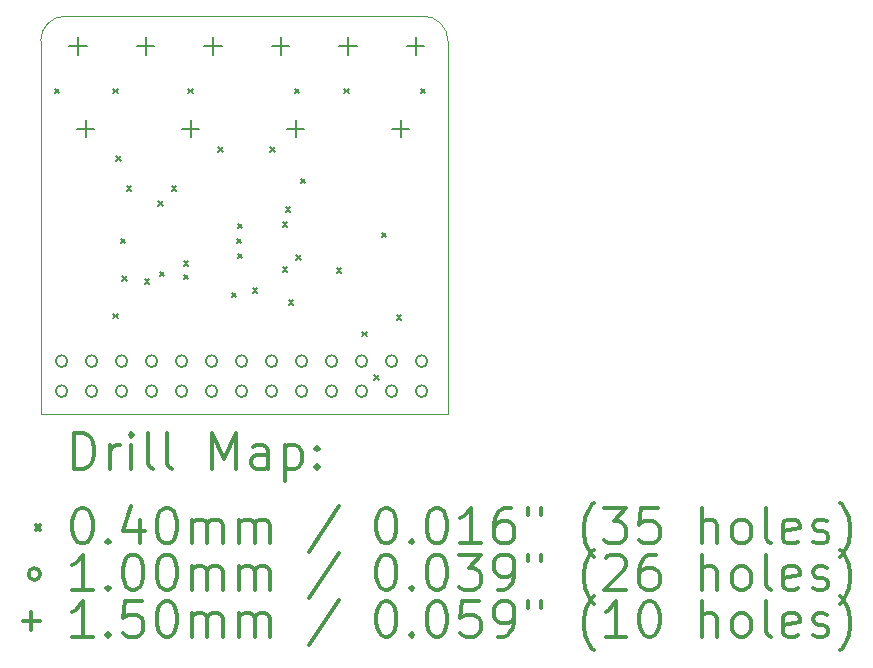
<source format=gbr>
%FSLAX45Y45*%
G04 Gerber Fmt 4.5, Leading zero omitted, Abs format (unit mm)*
G04 Created by KiCad (PCBNEW (5.1.4)-1) date 2019-12-12 20:06:10*
%MOMM*%
%LPD*%
G04 APERTURE LIST*
%ADD10C,0.050000*%
%ADD11C,0.200000*%
%ADD12C,0.300000*%
G04 APERTURE END LIST*
D10*
X1905000Y-3449300D02*
G75*
G02X2115800Y-3238500I210800J0D01*
G01*
X5143500Y-3238500D02*
G75*
G02X5354300Y-3449300I0J-210800D01*
G01*
X2115800Y-3238500D02*
X5143500Y-3238500D01*
X5354300Y-3449300D02*
X5354300Y-6604000D01*
X1905000Y-6604000D02*
X5354300Y-6604000D01*
X1905000Y-3449300D02*
X1905000Y-6604000D01*
D11*
X2024700Y-3853500D02*
X2064700Y-3893500D01*
X2064700Y-3853500D02*
X2024700Y-3893500D01*
X2520000Y-3853500D02*
X2560000Y-3893500D01*
X2560000Y-3853500D02*
X2520000Y-3893500D01*
X2520000Y-5758500D02*
X2560000Y-5798500D01*
X2560000Y-5758500D02*
X2520000Y-5798500D01*
X2545400Y-4425000D02*
X2585400Y-4465000D01*
X2585400Y-4425000D02*
X2545400Y-4465000D01*
X2583500Y-5123500D02*
X2623500Y-5163500D01*
X2623500Y-5123500D02*
X2583500Y-5163500D01*
X2596200Y-5441000D02*
X2636200Y-5481000D01*
X2636200Y-5441000D02*
X2596200Y-5481000D01*
X2634300Y-4679000D02*
X2674300Y-4719000D01*
X2674300Y-4679000D02*
X2634300Y-4719000D01*
X2786700Y-5466400D02*
X2826700Y-5506400D01*
X2826700Y-5466400D02*
X2786700Y-5506400D01*
X2901000Y-4806000D02*
X2941000Y-4846000D01*
X2941000Y-4806000D02*
X2901000Y-4846000D01*
X2913700Y-5402900D02*
X2953700Y-5442900D01*
X2953700Y-5402900D02*
X2913700Y-5442900D01*
X3015300Y-4679000D02*
X3055300Y-4719000D01*
X3055300Y-4679000D02*
X3015300Y-4719000D01*
X3116900Y-5314000D02*
X3156900Y-5354000D01*
X3156900Y-5314000D02*
X3116900Y-5354000D01*
X3116900Y-5428300D02*
X3156900Y-5468300D01*
X3156900Y-5428300D02*
X3116900Y-5468300D01*
X3155000Y-3853500D02*
X3195000Y-3893500D01*
X3195000Y-3853500D02*
X3155000Y-3893500D01*
X3409000Y-4348800D02*
X3449000Y-4388800D01*
X3449000Y-4348800D02*
X3409000Y-4388800D01*
X3523300Y-5580700D02*
X3563300Y-5620700D01*
X3563300Y-5580700D02*
X3523300Y-5620700D01*
X3565200Y-5123500D02*
X3605200Y-5163500D01*
X3605200Y-5123500D02*
X3565200Y-5163500D01*
X3574100Y-4996500D02*
X3614100Y-5036500D01*
X3614100Y-4996500D02*
X3574100Y-5036500D01*
X3574100Y-5250500D02*
X3614100Y-5290500D01*
X3614100Y-5250500D02*
X3574100Y-5290500D01*
X3701100Y-5542600D02*
X3741100Y-5582600D01*
X3741100Y-5542600D02*
X3701100Y-5582600D01*
X3849700Y-4348800D02*
X3889700Y-4388800D01*
X3889700Y-4348800D02*
X3849700Y-4388800D01*
X3955100Y-5364800D02*
X3995100Y-5404800D01*
X3995100Y-5364800D02*
X3955100Y-5404800D01*
X3955100Y-4983800D02*
X3995100Y-5023800D01*
X3995100Y-4983800D02*
X3955100Y-5023800D01*
X3980500Y-4856800D02*
X4020500Y-4896800D01*
X4020500Y-4856800D02*
X3980500Y-4896800D01*
X4005900Y-5644200D02*
X4045900Y-5684200D01*
X4045900Y-5644200D02*
X4005900Y-5684200D01*
X4056700Y-3853500D02*
X4096700Y-3893500D01*
X4096700Y-3853500D02*
X4056700Y-3893500D01*
X4069400Y-5263200D02*
X4109400Y-5303200D01*
X4109400Y-5263200D02*
X4069400Y-5303200D01*
X4107500Y-4615500D02*
X4147500Y-4655500D01*
X4147500Y-4615500D02*
X4107500Y-4655500D01*
X4412300Y-5373699D02*
X4452300Y-5413699D01*
X4452300Y-5373699D02*
X4412300Y-5413699D01*
X4475800Y-3853500D02*
X4515800Y-3893500D01*
X4515800Y-3853500D02*
X4475800Y-3893500D01*
X4628200Y-5910900D02*
X4668200Y-5950900D01*
X4668200Y-5910900D02*
X4628200Y-5950900D01*
X4729800Y-6279200D02*
X4769800Y-6319200D01*
X4769800Y-6279200D02*
X4729800Y-6319200D01*
X4793300Y-5072700D02*
X4833300Y-5112700D01*
X4833300Y-5072700D02*
X4793300Y-5112700D01*
X4920300Y-5771200D02*
X4960300Y-5811200D01*
X4960300Y-5771200D02*
X4920300Y-5811200D01*
X5123500Y-3853500D02*
X5163500Y-3893500D01*
X5163500Y-3853500D02*
X5123500Y-3893500D01*
X2132800Y-6159500D02*
G75*
G03X2132800Y-6159500I-50000J0D01*
G01*
X2132800Y-6413500D02*
G75*
G03X2132800Y-6413500I-50000J0D01*
G01*
X2386800Y-6159500D02*
G75*
G03X2386800Y-6159500I-50000J0D01*
G01*
X2386800Y-6413500D02*
G75*
G03X2386800Y-6413500I-50000J0D01*
G01*
X2640800Y-6159500D02*
G75*
G03X2640800Y-6159500I-50000J0D01*
G01*
X2640800Y-6413500D02*
G75*
G03X2640800Y-6413500I-50000J0D01*
G01*
X2894800Y-6159500D02*
G75*
G03X2894800Y-6159500I-50000J0D01*
G01*
X2894800Y-6413500D02*
G75*
G03X2894800Y-6413500I-50000J0D01*
G01*
X3148800Y-6159500D02*
G75*
G03X3148800Y-6159500I-50000J0D01*
G01*
X3148800Y-6413500D02*
G75*
G03X3148800Y-6413500I-50000J0D01*
G01*
X3402800Y-6159500D02*
G75*
G03X3402800Y-6159500I-50000J0D01*
G01*
X3402800Y-6413500D02*
G75*
G03X3402800Y-6413500I-50000J0D01*
G01*
X3656800Y-6159500D02*
G75*
G03X3656800Y-6159500I-50000J0D01*
G01*
X3656800Y-6413500D02*
G75*
G03X3656800Y-6413500I-50000J0D01*
G01*
X3910800Y-6159500D02*
G75*
G03X3910800Y-6159500I-50000J0D01*
G01*
X3910800Y-6413500D02*
G75*
G03X3910800Y-6413500I-50000J0D01*
G01*
X4164800Y-6159500D02*
G75*
G03X4164800Y-6159500I-50000J0D01*
G01*
X4164800Y-6413500D02*
G75*
G03X4164800Y-6413500I-50000J0D01*
G01*
X4418800Y-6159500D02*
G75*
G03X4418800Y-6159500I-50000J0D01*
G01*
X4418800Y-6413500D02*
G75*
G03X4418800Y-6413500I-50000J0D01*
G01*
X4672800Y-6159500D02*
G75*
G03X4672800Y-6159500I-50000J0D01*
G01*
X4672800Y-6413500D02*
G75*
G03X4672800Y-6413500I-50000J0D01*
G01*
X4926800Y-6159500D02*
G75*
G03X4926800Y-6159500I-50000J0D01*
G01*
X4926800Y-6413500D02*
G75*
G03X4926800Y-6413500I-50000J0D01*
G01*
X5180800Y-6159500D02*
G75*
G03X5180800Y-6159500I-50000J0D01*
G01*
X5180800Y-6413500D02*
G75*
G03X5180800Y-6413500I-50000J0D01*
G01*
X3937000Y-3417500D02*
X3937000Y-3567500D01*
X3862000Y-3492500D02*
X4012000Y-3492500D01*
X2222500Y-3417500D02*
X2222500Y-3567500D01*
X2147500Y-3492500D02*
X2297500Y-3492500D01*
X4064000Y-4116000D02*
X4064000Y-4266000D01*
X3989000Y-4191000D02*
X4139000Y-4191000D01*
X3365500Y-3417500D02*
X3365500Y-3567500D01*
X3290500Y-3492500D02*
X3440500Y-3492500D01*
X3175000Y-4116000D02*
X3175000Y-4266000D01*
X3100000Y-4191000D02*
X3250000Y-4191000D01*
X2794000Y-3417500D02*
X2794000Y-3567500D01*
X2719000Y-3492500D02*
X2869000Y-3492500D01*
X4953000Y-4116000D02*
X4953000Y-4266000D01*
X4878000Y-4191000D02*
X5028000Y-4191000D01*
X5080000Y-3417500D02*
X5080000Y-3567500D01*
X5005000Y-3492500D02*
X5155000Y-3492500D01*
X4508500Y-3417500D02*
X4508500Y-3567500D01*
X4433500Y-3492500D02*
X4583500Y-3492500D01*
X2286000Y-4116000D02*
X2286000Y-4266000D01*
X2211000Y-4191000D02*
X2361000Y-4191000D01*
D12*
X2188928Y-7072214D02*
X2188928Y-6772214D01*
X2260357Y-6772214D01*
X2303214Y-6786500D01*
X2331786Y-6815071D01*
X2346071Y-6843643D01*
X2360357Y-6900786D01*
X2360357Y-6943643D01*
X2346071Y-7000786D01*
X2331786Y-7029357D01*
X2303214Y-7057929D01*
X2260357Y-7072214D01*
X2188928Y-7072214D01*
X2488928Y-7072214D02*
X2488928Y-6872214D01*
X2488928Y-6929357D02*
X2503214Y-6900786D01*
X2517500Y-6886500D01*
X2546071Y-6872214D01*
X2574643Y-6872214D01*
X2674643Y-7072214D02*
X2674643Y-6872214D01*
X2674643Y-6772214D02*
X2660357Y-6786500D01*
X2674643Y-6800786D01*
X2688928Y-6786500D01*
X2674643Y-6772214D01*
X2674643Y-6800786D01*
X2860357Y-7072214D02*
X2831786Y-7057929D01*
X2817500Y-7029357D01*
X2817500Y-6772214D01*
X3017500Y-7072214D02*
X2988928Y-7057929D01*
X2974643Y-7029357D01*
X2974643Y-6772214D01*
X3360357Y-7072214D02*
X3360357Y-6772214D01*
X3460357Y-6986500D01*
X3560357Y-6772214D01*
X3560357Y-7072214D01*
X3831786Y-7072214D02*
X3831786Y-6915071D01*
X3817500Y-6886500D01*
X3788928Y-6872214D01*
X3731786Y-6872214D01*
X3703214Y-6886500D01*
X3831786Y-7057929D02*
X3803214Y-7072214D01*
X3731786Y-7072214D01*
X3703214Y-7057929D01*
X3688928Y-7029357D01*
X3688928Y-7000786D01*
X3703214Y-6972214D01*
X3731786Y-6957929D01*
X3803214Y-6957929D01*
X3831786Y-6943643D01*
X3974643Y-6872214D02*
X3974643Y-7172214D01*
X3974643Y-6886500D02*
X4003214Y-6872214D01*
X4060357Y-6872214D01*
X4088928Y-6886500D01*
X4103214Y-6900786D01*
X4117500Y-6929357D01*
X4117500Y-7015071D01*
X4103214Y-7043643D01*
X4088928Y-7057929D01*
X4060357Y-7072214D01*
X4003214Y-7072214D01*
X3974643Y-7057929D01*
X4246071Y-7043643D02*
X4260357Y-7057929D01*
X4246071Y-7072214D01*
X4231786Y-7057929D01*
X4246071Y-7043643D01*
X4246071Y-7072214D01*
X4246071Y-6886500D02*
X4260357Y-6900786D01*
X4246071Y-6915071D01*
X4231786Y-6900786D01*
X4246071Y-6886500D01*
X4246071Y-6915071D01*
X1862500Y-7546500D02*
X1902500Y-7586500D01*
X1902500Y-7546500D02*
X1862500Y-7586500D01*
X2246071Y-7402214D02*
X2274643Y-7402214D01*
X2303214Y-7416500D01*
X2317500Y-7430786D01*
X2331786Y-7459357D01*
X2346071Y-7516500D01*
X2346071Y-7587929D01*
X2331786Y-7645071D01*
X2317500Y-7673643D01*
X2303214Y-7687929D01*
X2274643Y-7702214D01*
X2246071Y-7702214D01*
X2217500Y-7687929D01*
X2203214Y-7673643D01*
X2188928Y-7645071D01*
X2174643Y-7587929D01*
X2174643Y-7516500D01*
X2188928Y-7459357D01*
X2203214Y-7430786D01*
X2217500Y-7416500D01*
X2246071Y-7402214D01*
X2474643Y-7673643D02*
X2488928Y-7687929D01*
X2474643Y-7702214D01*
X2460357Y-7687929D01*
X2474643Y-7673643D01*
X2474643Y-7702214D01*
X2746071Y-7502214D02*
X2746071Y-7702214D01*
X2674643Y-7387929D02*
X2603214Y-7602214D01*
X2788928Y-7602214D01*
X2960357Y-7402214D02*
X2988928Y-7402214D01*
X3017500Y-7416500D01*
X3031786Y-7430786D01*
X3046071Y-7459357D01*
X3060357Y-7516500D01*
X3060357Y-7587929D01*
X3046071Y-7645071D01*
X3031786Y-7673643D01*
X3017500Y-7687929D01*
X2988928Y-7702214D01*
X2960357Y-7702214D01*
X2931786Y-7687929D01*
X2917500Y-7673643D01*
X2903214Y-7645071D01*
X2888928Y-7587929D01*
X2888928Y-7516500D01*
X2903214Y-7459357D01*
X2917500Y-7430786D01*
X2931786Y-7416500D01*
X2960357Y-7402214D01*
X3188928Y-7702214D02*
X3188928Y-7502214D01*
X3188928Y-7530786D02*
X3203214Y-7516500D01*
X3231786Y-7502214D01*
X3274643Y-7502214D01*
X3303214Y-7516500D01*
X3317500Y-7545071D01*
X3317500Y-7702214D01*
X3317500Y-7545071D02*
X3331786Y-7516500D01*
X3360357Y-7502214D01*
X3403214Y-7502214D01*
X3431786Y-7516500D01*
X3446071Y-7545071D01*
X3446071Y-7702214D01*
X3588928Y-7702214D02*
X3588928Y-7502214D01*
X3588928Y-7530786D02*
X3603214Y-7516500D01*
X3631786Y-7502214D01*
X3674643Y-7502214D01*
X3703214Y-7516500D01*
X3717500Y-7545071D01*
X3717500Y-7702214D01*
X3717500Y-7545071D02*
X3731786Y-7516500D01*
X3760357Y-7502214D01*
X3803214Y-7502214D01*
X3831786Y-7516500D01*
X3846071Y-7545071D01*
X3846071Y-7702214D01*
X4431786Y-7387929D02*
X4174643Y-7773643D01*
X4817500Y-7402214D02*
X4846071Y-7402214D01*
X4874643Y-7416500D01*
X4888928Y-7430786D01*
X4903214Y-7459357D01*
X4917500Y-7516500D01*
X4917500Y-7587929D01*
X4903214Y-7645071D01*
X4888928Y-7673643D01*
X4874643Y-7687929D01*
X4846071Y-7702214D01*
X4817500Y-7702214D01*
X4788928Y-7687929D01*
X4774643Y-7673643D01*
X4760357Y-7645071D01*
X4746071Y-7587929D01*
X4746071Y-7516500D01*
X4760357Y-7459357D01*
X4774643Y-7430786D01*
X4788928Y-7416500D01*
X4817500Y-7402214D01*
X5046071Y-7673643D02*
X5060357Y-7687929D01*
X5046071Y-7702214D01*
X5031786Y-7687929D01*
X5046071Y-7673643D01*
X5046071Y-7702214D01*
X5246071Y-7402214D02*
X5274643Y-7402214D01*
X5303214Y-7416500D01*
X5317500Y-7430786D01*
X5331786Y-7459357D01*
X5346071Y-7516500D01*
X5346071Y-7587929D01*
X5331786Y-7645071D01*
X5317500Y-7673643D01*
X5303214Y-7687929D01*
X5274643Y-7702214D01*
X5246071Y-7702214D01*
X5217500Y-7687929D01*
X5203214Y-7673643D01*
X5188928Y-7645071D01*
X5174643Y-7587929D01*
X5174643Y-7516500D01*
X5188928Y-7459357D01*
X5203214Y-7430786D01*
X5217500Y-7416500D01*
X5246071Y-7402214D01*
X5631786Y-7702214D02*
X5460357Y-7702214D01*
X5546071Y-7702214D02*
X5546071Y-7402214D01*
X5517500Y-7445071D01*
X5488928Y-7473643D01*
X5460357Y-7487929D01*
X5888928Y-7402214D02*
X5831786Y-7402214D01*
X5803214Y-7416500D01*
X5788928Y-7430786D01*
X5760357Y-7473643D01*
X5746071Y-7530786D01*
X5746071Y-7645071D01*
X5760357Y-7673643D01*
X5774643Y-7687929D01*
X5803214Y-7702214D01*
X5860357Y-7702214D01*
X5888928Y-7687929D01*
X5903214Y-7673643D01*
X5917500Y-7645071D01*
X5917500Y-7573643D01*
X5903214Y-7545071D01*
X5888928Y-7530786D01*
X5860357Y-7516500D01*
X5803214Y-7516500D01*
X5774643Y-7530786D01*
X5760357Y-7545071D01*
X5746071Y-7573643D01*
X6031786Y-7402214D02*
X6031786Y-7459357D01*
X6146071Y-7402214D02*
X6146071Y-7459357D01*
X6588928Y-7816500D02*
X6574643Y-7802214D01*
X6546071Y-7759357D01*
X6531786Y-7730786D01*
X6517500Y-7687929D01*
X6503214Y-7616500D01*
X6503214Y-7559357D01*
X6517500Y-7487929D01*
X6531786Y-7445071D01*
X6546071Y-7416500D01*
X6574643Y-7373643D01*
X6588928Y-7359357D01*
X6674643Y-7402214D02*
X6860357Y-7402214D01*
X6760357Y-7516500D01*
X6803214Y-7516500D01*
X6831786Y-7530786D01*
X6846071Y-7545071D01*
X6860357Y-7573643D01*
X6860357Y-7645071D01*
X6846071Y-7673643D01*
X6831786Y-7687929D01*
X6803214Y-7702214D01*
X6717500Y-7702214D01*
X6688928Y-7687929D01*
X6674643Y-7673643D01*
X7131786Y-7402214D02*
X6988928Y-7402214D01*
X6974643Y-7545071D01*
X6988928Y-7530786D01*
X7017500Y-7516500D01*
X7088928Y-7516500D01*
X7117500Y-7530786D01*
X7131786Y-7545071D01*
X7146071Y-7573643D01*
X7146071Y-7645071D01*
X7131786Y-7673643D01*
X7117500Y-7687929D01*
X7088928Y-7702214D01*
X7017500Y-7702214D01*
X6988928Y-7687929D01*
X6974643Y-7673643D01*
X7503214Y-7702214D02*
X7503214Y-7402214D01*
X7631786Y-7702214D02*
X7631786Y-7545071D01*
X7617500Y-7516500D01*
X7588928Y-7502214D01*
X7546071Y-7502214D01*
X7517500Y-7516500D01*
X7503214Y-7530786D01*
X7817500Y-7702214D02*
X7788928Y-7687929D01*
X7774643Y-7673643D01*
X7760357Y-7645071D01*
X7760357Y-7559357D01*
X7774643Y-7530786D01*
X7788928Y-7516500D01*
X7817500Y-7502214D01*
X7860357Y-7502214D01*
X7888928Y-7516500D01*
X7903214Y-7530786D01*
X7917500Y-7559357D01*
X7917500Y-7645071D01*
X7903214Y-7673643D01*
X7888928Y-7687929D01*
X7860357Y-7702214D01*
X7817500Y-7702214D01*
X8088928Y-7702214D02*
X8060357Y-7687929D01*
X8046071Y-7659357D01*
X8046071Y-7402214D01*
X8317500Y-7687929D02*
X8288928Y-7702214D01*
X8231786Y-7702214D01*
X8203214Y-7687929D01*
X8188928Y-7659357D01*
X8188928Y-7545071D01*
X8203214Y-7516500D01*
X8231786Y-7502214D01*
X8288928Y-7502214D01*
X8317500Y-7516500D01*
X8331786Y-7545071D01*
X8331786Y-7573643D01*
X8188928Y-7602214D01*
X8446071Y-7687929D02*
X8474643Y-7702214D01*
X8531786Y-7702214D01*
X8560357Y-7687929D01*
X8574643Y-7659357D01*
X8574643Y-7645071D01*
X8560357Y-7616500D01*
X8531786Y-7602214D01*
X8488928Y-7602214D01*
X8460357Y-7587929D01*
X8446071Y-7559357D01*
X8446071Y-7545071D01*
X8460357Y-7516500D01*
X8488928Y-7502214D01*
X8531786Y-7502214D01*
X8560357Y-7516500D01*
X8674643Y-7816500D02*
X8688928Y-7802214D01*
X8717500Y-7759357D01*
X8731786Y-7730786D01*
X8746071Y-7687929D01*
X8760357Y-7616500D01*
X8760357Y-7559357D01*
X8746071Y-7487929D01*
X8731786Y-7445071D01*
X8717500Y-7416500D01*
X8688928Y-7373643D01*
X8674643Y-7359357D01*
X1902500Y-7962500D02*
G75*
G03X1902500Y-7962500I-50000J0D01*
G01*
X2346071Y-8098214D02*
X2174643Y-8098214D01*
X2260357Y-8098214D02*
X2260357Y-7798214D01*
X2231786Y-7841071D01*
X2203214Y-7869643D01*
X2174643Y-7883929D01*
X2474643Y-8069643D02*
X2488928Y-8083929D01*
X2474643Y-8098214D01*
X2460357Y-8083929D01*
X2474643Y-8069643D01*
X2474643Y-8098214D01*
X2674643Y-7798214D02*
X2703214Y-7798214D01*
X2731786Y-7812500D01*
X2746071Y-7826786D01*
X2760357Y-7855357D01*
X2774643Y-7912500D01*
X2774643Y-7983929D01*
X2760357Y-8041071D01*
X2746071Y-8069643D01*
X2731786Y-8083929D01*
X2703214Y-8098214D01*
X2674643Y-8098214D01*
X2646071Y-8083929D01*
X2631786Y-8069643D01*
X2617500Y-8041071D01*
X2603214Y-7983929D01*
X2603214Y-7912500D01*
X2617500Y-7855357D01*
X2631786Y-7826786D01*
X2646071Y-7812500D01*
X2674643Y-7798214D01*
X2960357Y-7798214D02*
X2988928Y-7798214D01*
X3017500Y-7812500D01*
X3031786Y-7826786D01*
X3046071Y-7855357D01*
X3060357Y-7912500D01*
X3060357Y-7983929D01*
X3046071Y-8041071D01*
X3031786Y-8069643D01*
X3017500Y-8083929D01*
X2988928Y-8098214D01*
X2960357Y-8098214D01*
X2931786Y-8083929D01*
X2917500Y-8069643D01*
X2903214Y-8041071D01*
X2888928Y-7983929D01*
X2888928Y-7912500D01*
X2903214Y-7855357D01*
X2917500Y-7826786D01*
X2931786Y-7812500D01*
X2960357Y-7798214D01*
X3188928Y-8098214D02*
X3188928Y-7898214D01*
X3188928Y-7926786D02*
X3203214Y-7912500D01*
X3231786Y-7898214D01*
X3274643Y-7898214D01*
X3303214Y-7912500D01*
X3317500Y-7941071D01*
X3317500Y-8098214D01*
X3317500Y-7941071D02*
X3331786Y-7912500D01*
X3360357Y-7898214D01*
X3403214Y-7898214D01*
X3431786Y-7912500D01*
X3446071Y-7941071D01*
X3446071Y-8098214D01*
X3588928Y-8098214D02*
X3588928Y-7898214D01*
X3588928Y-7926786D02*
X3603214Y-7912500D01*
X3631786Y-7898214D01*
X3674643Y-7898214D01*
X3703214Y-7912500D01*
X3717500Y-7941071D01*
X3717500Y-8098214D01*
X3717500Y-7941071D02*
X3731786Y-7912500D01*
X3760357Y-7898214D01*
X3803214Y-7898214D01*
X3831786Y-7912500D01*
X3846071Y-7941071D01*
X3846071Y-8098214D01*
X4431786Y-7783929D02*
X4174643Y-8169643D01*
X4817500Y-7798214D02*
X4846071Y-7798214D01*
X4874643Y-7812500D01*
X4888928Y-7826786D01*
X4903214Y-7855357D01*
X4917500Y-7912500D01*
X4917500Y-7983929D01*
X4903214Y-8041071D01*
X4888928Y-8069643D01*
X4874643Y-8083929D01*
X4846071Y-8098214D01*
X4817500Y-8098214D01*
X4788928Y-8083929D01*
X4774643Y-8069643D01*
X4760357Y-8041071D01*
X4746071Y-7983929D01*
X4746071Y-7912500D01*
X4760357Y-7855357D01*
X4774643Y-7826786D01*
X4788928Y-7812500D01*
X4817500Y-7798214D01*
X5046071Y-8069643D02*
X5060357Y-8083929D01*
X5046071Y-8098214D01*
X5031786Y-8083929D01*
X5046071Y-8069643D01*
X5046071Y-8098214D01*
X5246071Y-7798214D02*
X5274643Y-7798214D01*
X5303214Y-7812500D01*
X5317500Y-7826786D01*
X5331786Y-7855357D01*
X5346071Y-7912500D01*
X5346071Y-7983929D01*
X5331786Y-8041071D01*
X5317500Y-8069643D01*
X5303214Y-8083929D01*
X5274643Y-8098214D01*
X5246071Y-8098214D01*
X5217500Y-8083929D01*
X5203214Y-8069643D01*
X5188928Y-8041071D01*
X5174643Y-7983929D01*
X5174643Y-7912500D01*
X5188928Y-7855357D01*
X5203214Y-7826786D01*
X5217500Y-7812500D01*
X5246071Y-7798214D01*
X5446071Y-7798214D02*
X5631786Y-7798214D01*
X5531786Y-7912500D01*
X5574643Y-7912500D01*
X5603214Y-7926786D01*
X5617500Y-7941071D01*
X5631786Y-7969643D01*
X5631786Y-8041071D01*
X5617500Y-8069643D01*
X5603214Y-8083929D01*
X5574643Y-8098214D01*
X5488928Y-8098214D01*
X5460357Y-8083929D01*
X5446071Y-8069643D01*
X5774643Y-8098214D02*
X5831786Y-8098214D01*
X5860357Y-8083929D01*
X5874643Y-8069643D01*
X5903214Y-8026786D01*
X5917500Y-7969643D01*
X5917500Y-7855357D01*
X5903214Y-7826786D01*
X5888928Y-7812500D01*
X5860357Y-7798214D01*
X5803214Y-7798214D01*
X5774643Y-7812500D01*
X5760357Y-7826786D01*
X5746071Y-7855357D01*
X5746071Y-7926786D01*
X5760357Y-7955357D01*
X5774643Y-7969643D01*
X5803214Y-7983929D01*
X5860357Y-7983929D01*
X5888928Y-7969643D01*
X5903214Y-7955357D01*
X5917500Y-7926786D01*
X6031786Y-7798214D02*
X6031786Y-7855357D01*
X6146071Y-7798214D02*
X6146071Y-7855357D01*
X6588928Y-8212500D02*
X6574643Y-8198214D01*
X6546071Y-8155357D01*
X6531786Y-8126786D01*
X6517500Y-8083929D01*
X6503214Y-8012500D01*
X6503214Y-7955357D01*
X6517500Y-7883929D01*
X6531786Y-7841071D01*
X6546071Y-7812500D01*
X6574643Y-7769643D01*
X6588928Y-7755357D01*
X6688928Y-7826786D02*
X6703214Y-7812500D01*
X6731786Y-7798214D01*
X6803214Y-7798214D01*
X6831786Y-7812500D01*
X6846071Y-7826786D01*
X6860357Y-7855357D01*
X6860357Y-7883929D01*
X6846071Y-7926786D01*
X6674643Y-8098214D01*
X6860357Y-8098214D01*
X7117500Y-7798214D02*
X7060357Y-7798214D01*
X7031786Y-7812500D01*
X7017500Y-7826786D01*
X6988928Y-7869643D01*
X6974643Y-7926786D01*
X6974643Y-8041071D01*
X6988928Y-8069643D01*
X7003214Y-8083929D01*
X7031786Y-8098214D01*
X7088928Y-8098214D01*
X7117500Y-8083929D01*
X7131786Y-8069643D01*
X7146071Y-8041071D01*
X7146071Y-7969643D01*
X7131786Y-7941071D01*
X7117500Y-7926786D01*
X7088928Y-7912500D01*
X7031786Y-7912500D01*
X7003214Y-7926786D01*
X6988928Y-7941071D01*
X6974643Y-7969643D01*
X7503214Y-8098214D02*
X7503214Y-7798214D01*
X7631786Y-8098214D02*
X7631786Y-7941071D01*
X7617500Y-7912500D01*
X7588928Y-7898214D01*
X7546071Y-7898214D01*
X7517500Y-7912500D01*
X7503214Y-7926786D01*
X7817500Y-8098214D02*
X7788928Y-8083929D01*
X7774643Y-8069643D01*
X7760357Y-8041071D01*
X7760357Y-7955357D01*
X7774643Y-7926786D01*
X7788928Y-7912500D01*
X7817500Y-7898214D01*
X7860357Y-7898214D01*
X7888928Y-7912500D01*
X7903214Y-7926786D01*
X7917500Y-7955357D01*
X7917500Y-8041071D01*
X7903214Y-8069643D01*
X7888928Y-8083929D01*
X7860357Y-8098214D01*
X7817500Y-8098214D01*
X8088928Y-8098214D02*
X8060357Y-8083929D01*
X8046071Y-8055357D01*
X8046071Y-7798214D01*
X8317500Y-8083929D02*
X8288928Y-8098214D01*
X8231786Y-8098214D01*
X8203214Y-8083929D01*
X8188928Y-8055357D01*
X8188928Y-7941071D01*
X8203214Y-7912500D01*
X8231786Y-7898214D01*
X8288928Y-7898214D01*
X8317500Y-7912500D01*
X8331786Y-7941071D01*
X8331786Y-7969643D01*
X8188928Y-7998214D01*
X8446071Y-8083929D02*
X8474643Y-8098214D01*
X8531786Y-8098214D01*
X8560357Y-8083929D01*
X8574643Y-8055357D01*
X8574643Y-8041071D01*
X8560357Y-8012500D01*
X8531786Y-7998214D01*
X8488928Y-7998214D01*
X8460357Y-7983929D01*
X8446071Y-7955357D01*
X8446071Y-7941071D01*
X8460357Y-7912500D01*
X8488928Y-7898214D01*
X8531786Y-7898214D01*
X8560357Y-7912500D01*
X8674643Y-8212500D02*
X8688928Y-8198214D01*
X8717500Y-8155357D01*
X8731786Y-8126786D01*
X8746071Y-8083929D01*
X8760357Y-8012500D01*
X8760357Y-7955357D01*
X8746071Y-7883929D01*
X8731786Y-7841071D01*
X8717500Y-7812500D01*
X8688928Y-7769643D01*
X8674643Y-7755357D01*
X1827500Y-8283500D02*
X1827500Y-8433500D01*
X1752500Y-8358500D02*
X1902500Y-8358500D01*
X2346071Y-8494214D02*
X2174643Y-8494214D01*
X2260357Y-8494214D02*
X2260357Y-8194214D01*
X2231786Y-8237071D01*
X2203214Y-8265643D01*
X2174643Y-8279929D01*
X2474643Y-8465643D02*
X2488928Y-8479929D01*
X2474643Y-8494214D01*
X2460357Y-8479929D01*
X2474643Y-8465643D01*
X2474643Y-8494214D01*
X2760357Y-8194214D02*
X2617500Y-8194214D01*
X2603214Y-8337071D01*
X2617500Y-8322786D01*
X2646071Y-8308500D01*
X2717500Y-8308500D01*
X2746071Y-8322786D01*
X2760357Y-8337071D01*
X2774643Y-8365643D01*
X2774643Y-8437072D01*
X2760357Y-8465643D01*
X2746071Y-8479929D01*
X2717500Y-8494214D01*
X2646071Y-8494214D01*
X2617500Y-8479929D01*
X2603214Y-8465643D01*
X2960357Y-8194214D02*
X2988928Y-8194214D01*
X3017500Y-8208500D01*
X3031786Y-8222786D01*
X3046071Y-8251357D01*
X3060357Y-8308500D01*
X3060357Y-8379929D01*
X3046071Y-8437072D01*
X3031786Y-8465643D01*
X3017500Y-8479929D01*
X2988928Y-8494214D01*
X2960357Y-8494214D01*
X2931786Y-8479929D01*
X2917500Y-8465643D01*
X2903214Y-8437072D01*
X2888928Y-8379929D01*
X2888928Y-8308500D01*
X2903214Y-8251357D01*
X2917500Y-8222786D01*
X2931786Y-8208500D01*
X2960357Y-8194214D01*
X3188928Y-8494214D02*
X3188928Y-8294214D01*
X3188928Y-8322786D02*
X3203214Y-8308500D01*
X3231786Y-8294214D01*
X3274643Y-8294214D01*
X3303214Y-8308500D01*
X3317500Y-8337071D01*
X3317500Y-8494214D01*
X3317500Y-8337071D02*
X3331786Y-8308500D01*
X3360357Y-8294214D01*
X3403214Y-8294214D01*
X3431786Y-8308500D01*
X3446071Y-8337071D01*
X3446071Y-8494214D01*
X3588928Y-8494214D02*
X3588928Y-8294214D01*
X3588928Y-8322786D02*
X3603214Y-8308500D01*
X3631786Y-8294214D01*
X3674643Y-8294214D01*
X3703214Y-8308500D01*
X3717500Y-8337071D01*
X3717500Y-8494214D01*
X3717500Y-8337071D02*
X3731786Y-8308500D01*
X3760357Y-8294214D01*
X3803214Y-8294214D01*
X3831786Y-8308500D01*
X3846071Y-8337071D01*
X3846071Y-8494214D01*
X4431786Y-8179929D02*
X4174643Y-8565643D01*
X4817500Y-8194214D02*
X4846071Y-8194214D01*
X4874643Y-8208500D01*
X4888928Y-8222786D01*
X4903214Y-8251357D01*
X4917500Y-8308500D01*
X4917500Y-8379929D01*
X4903214Y-8437072D01*
X4888928Y-8465643D01*
X4874643Y-8479929D01*
X4846071Y-8494214D01*
X4817500Y-8494214D01*
X4788928Y-8479929D01*
X4774643Y-8465643D01*
X4760357Y-8437072D01*
X4746071Y-8379929D01*
X4746071Y-8308500D01*
X4760357Y-8251357D01*
X4774643Y-8222786D01*
X4788928Y-8208500D01*
X4817500Y-8194214D01*
X5046071Y-8465643D02*
X5060357Y-8479929D01*
X5046071Y-8494214D01*
X5031786Y-8479929D01*
X5046071Y-8465643D01*
X5046071Y-8494214D01*
X5246071Y-8194214D02*
X5274643Y-8194214D01*
X5303214Y-8208500D01*
X5317500Y-8222786D01*
X5331786Y-8251357D01*
X5346071Y-8308500D01*
X5346071Y-8379929D01*
X5331786Y-8437072D01*
X5317500Y-8465643D01*
X5303214Y-8479929D01*
X5274643Y-8494214D01*
X5246071Y-8494214D01*
X5217500Y-8479929D01*
X5203214Y-8465643D01*
X5188928Y-8437072D01*
X5174643Y-8379929D01*
X5174643Y-8308500D01*
X5188928Y-8251357D01*
X5203214Y-8222786D01*
X5217500Y-8208500D01*
X5246071Y-8194214D01*
X5617500Y-8194214D02*
X5474643Y-8194214D01*
X5460357Y-8337071D01*
X5474643Y-8322786D01*
X5503214Y-8308500D01*
X5574643Y-8308500D01*
X5603214Y-8322786D01*
X5617500Y-8337071D01*
X5631786Y-8365643D01*
X5631786Y-8437072D01*
X5617500Y-8465643D01*
X5603214Y-8479929D01*
X5574643Y-8494214D01*
X5503214Y-8494214D01*
X5474643Y-8479929D01*
X5460357Y-8465643D01*
X5774643Y-8494214D02*
X5831786Y-8494214D01*
X5860357Y-8479929D01*
X5874643Y-8465643D01*
X5903214Y-8422786D01*
X5917500Y-8365643D01*
X5917500Y-8251357D01*
X5903214Y-8222786D01*
X5888928Y-8208500D01*
X5860357Y-8194214D01*
X5803214Y-8194214D01*
X5774643Y-8208500D01*
X5760357Y-8222786D01*
X5746071Y-8251357D01*
X5746071Y-8322786D01*
X5760357Y-8351357D01*
X5774643Y-8365643D01*
X5803214Y-8379929D01*
X5860357Y-8379929D01*
X5888928Y-8365643D01*
X5903214Y-8351357D01*
X5917500Y-8322786D01*
X6031786Y-8194214D02*
X6031786Y-8251357D01*
X6146071Y-8194214D02*
X6146071Y-8251357D01*
X6588928Y-8608500D02*
X6574643Y-8594214D01*
X6546071Y-8551357D01*
X6531786Y-8522786D01*
X6517500Y-8479929D01*
X6503214Y-8408500D01*
X6503214Y-8351357D01*
X6517500Y-8279929D01*
X6531786Y-8237071D01*
X6546071Y-8208500D01*
X6574643Y-8165643D01*
X6588928Y-8151357D01*
X6860357Y-8494214D02*
X6688928Y-8494214D01*
X6774643Y-8494214D02*
X6774643Y-8194214D01*
X6746071Y-8237071D01*
X6717500Y-8265643D01*
X6688928Y-8279929D01*
X7046071Y-8194214D02*
X7074643Y-8194214D01*
X7103214Y-8208500D01*
X7117500Y-8222786D01*
X7131786Y-8251357D01*
X7146071Y-8308500D01*
X7146071Y-8379929D01*
X7131786Y-8437072D01*
X7117500Y-8465643D01*
X7103214Y-8479929D01*
X7074643Y-8494214D01*
X7046071Y-8494214D01*
X7017500Y-8479929D01*
X7003214Y-8465643D01*
X6988928Y-8437072D01*
X6974643Y-8379929D01*
X6974643Y-8308500D01*
X6988928Y-8251357D01*
X7003214Y-8222786D01*
X7017500Y-8208500D01*
X7046071Y-8194214D01*
X7503214Y-8494214D02*
X7503214Y-8194214D01*
X7631786Y-8494214D02*
X7631786Y-8337071D01*
X7617500Y-8308500D01*
X7588928Y-8294214D01*
X7546071Y-8294214D01*
X7517500Y-8308500D01*
X7503214Y-8322786D01*
X7817500Y-8494214D02*
X7788928Y-8479929D01*
X7774643Y-8465643D01*
X7760357Y-8437072D01*
X7760357Y-8351357D01*
X7774643Y-8322786D01*
X7788928Y-8308500D01*
X7817500Y-8294214D01*
X7860357Y-8294214D01*
X7888928Y-8308500D01*
X7903214Y-8322786D01*
X7917500Y-8351357D01*
X7917500Y-8437072D01*
X7903214Y-8465643D01*
X7888928Y-8479929D01*
X7860357Y-8494214D01*
X7817500Y-8494214D01*
X8088928Y-8494214D02*
X8060357Y-8479929D01*
X8046071Y-8451357D01*
X8046071Y-8194214D01*
X8317500Y-8479929D02*
X8288928Y-8494214D01*
X8231786Y-8494214D01*
X8203214Y-8479929D01*
X8188928Y-8451357D01*
X8188928Y-8337071D01*
X8203214Y-8308500D01*
X8231786Y-8294214D01*
X8288928Y-8294214D01*
X8317500Y-8308500D01*
X8331786Y-8337071D01*
X8331786Y-8365643D01*
X8188928Y-8394214D01*
X8446071Y-8479929D02*
X8474643Y-8494214D01*
X8531786Y-8494214D01*
X8560357Y-8479929D01*
X8574643Y-8451357D01*
X8574643Y-8437072D01*
X8560357Y-8408500D01*
X8531786Y-8394214D01*
X8488928Y-8394214D01*
X8460357Y-8379929D01*
X8446071Y-8351357D01*
X8446071Y-8337071D01*
X8460357Y-8308500D01*
X8488928Y-8294214D01*
X8531786Y-8294214D01*
X8560357Y-8308500D01*
X8674643Y-8608500D02*
X8688928Y-8594214D01*
X8717500Y-8551357D01*
X8731786Y-8522786D01*
X8746071Y-8479929D01*
X8760357Y-8408500D01*
X8760357Y-8351357D01*
X8746071Y-8279929D01*
X8731786Y-8237071D01*
X8717500Y-8208500D01*
X8688928Y-8165643D01*
X8674643Y-8151357D01*
M02*

</source>
